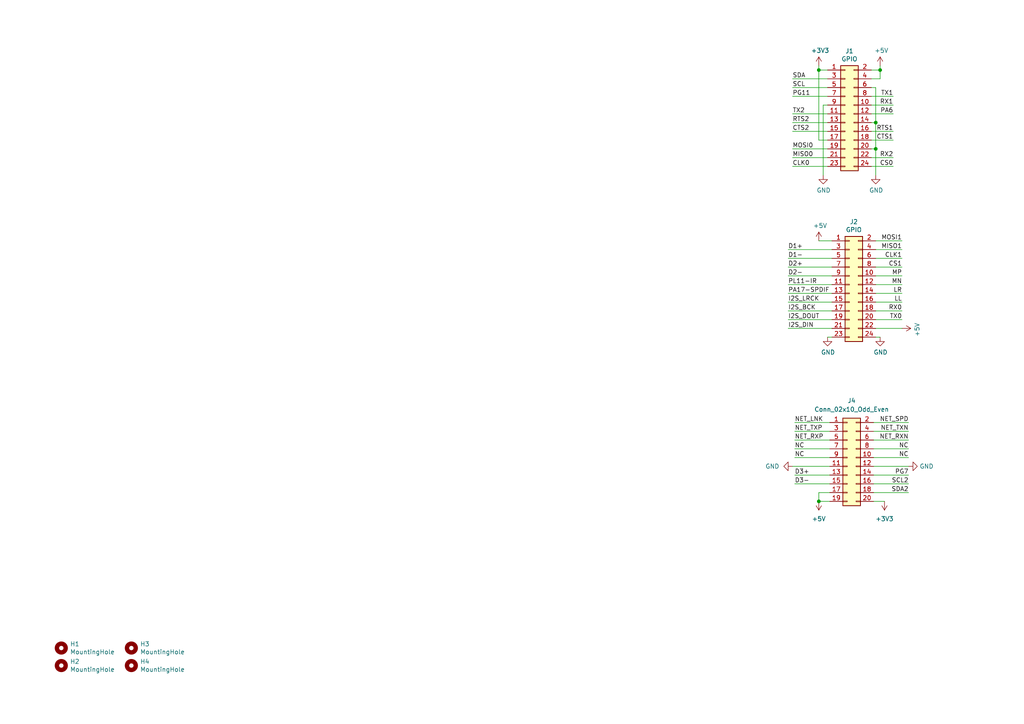
<source format=kicad_sch>
(kicad_sch (version 20211123) (generator eeschema)

  (uuid f7db2160-6fff-47e8-a170-1967554e883c)

  (paper "A4")

  (lib_symbols
    (symbol "Connector_Generic:Conn_02x10_Odd_Even" (pin_names (offset 1.016) hide) (in_bom yes) (on_board yes)
      (property "Reference" "J" (id 0) (at 1.27 12.7 0)
        (effects (font (size 1.27 1.27)))
      )
      (property "Value" "Conn_02x10_Odd_Even" (id 1) (at 1.27 -15.24 0)
        (effects (font (size 1.27 1.27)))
      )
      (property "Footprint" "" (id 2) (at 0 0 0)
        (effects (font (size 1.27 1.27)) hide)
      )
      (property "Datasheet" "~" (id 3) (at 0 0 0)
        (effects (font (size 1.27 1.27)) hide)
      )
      (property "ki_keywords" "connector" (id 4) (at 0 0 0)
        (effects (font (size 1.27 1.27)) hide)
      )
      (property "ki_description" "Generic connector, double row, 02x10, odd/even pin numbering scheme (row 1 odd numbers, row 2 even numbers), script generated (kicad-library-utils/schlib/autogen/connector/)" (id 5) (at 0 0 0)
        (effects (font (size 1.27 1.27)) hide)
      )
      (property "ki_fp_filters" "Connector*:*_2x??_*" (id 6) (at 0 0 0)
        (effects (font (size 1.27 1.27)) hide)
      )
      (symbol "Conn_02x10_Odd_Even_1_1"
        (rectangle (start -1.27 -12.573) (end 0 -12.827)
          (stroke (width 0.1524) (type default) (color 0 0 0 0))
          (fill (type none))
        )
        (rectangle (start -1.27 -10.033) (end 0 -10.287)
          (stroke (width 0.1524) (type default) (color 0 0 0 0))
          (fill (type none))
        )
        (rectangle (start -1.27 -7.493) (end 0 -7.747)
          (stroke (width 0.1524) (type default) (color 0 0 0 0))
          (fill (type none))
        )
        (rectangle (start -1.27 -4.953) (end 0 -5.207)
          (stroke (width 0.1524) (type default) (color 0 0 0 0))
          (fill (type none))
        )
        (rectangle (start -1.27 -2.413) (end 0 -2.667)
          (stroke (width 0.1524) (type default) (color 0 0 0 0))
          (fill (type none))
        )
        (rectangle (start -1.27 0.127) (end 0 -0.127)
          (stroke (width 0.1524) (type default) (color 0 0 0 0))
          (fill (type none))
        )
        (rectangle (start -1.27 2.667) (end 0 2.413)
          (stroke (width 0.1524) (type default) (color 0 0 0 0))
          (fill (type none))
        )
        (rectangle (start -1.27 5.207) (end 0 4.953)
          (stroke (width 0.1524) (type default) (color 0 0 0 0))
          (fill (type none))
        )
        (rectangle (start -1.27 7.747) (end 0 7.493)
          (stroke (width 0.1524) (type default) (color 0 0 0 0))
          (fill (type none))
        )
        (rectangle (start -1.27 10.287) (end 0 10.033)
          (stroke (width 0.1524) (type default) (color 0 0 0 0))
          (fill (type none))
        )
        (rectangle (start -1.27 11.43) (end 3.81 -13.97)
          (stroke (width 0.254) (type default) (color 0 0 0 0))
          (fill (type background))
        )
        (rectangle (start 3.81 -12.573) (end 2.54 -12.827)
          (stroke (width 0.1524) (type default) (color 0 0 0 0))
          (fill (type none))
        )
        (rectangle (start 3.81 -10.033) (end 2.54 -10.287)
          (stroke (width 0.1524) (type default) (color 0 0 0 0))
          (fill (type none))
        )
        (rectangle (start 3.81 -7.493) (end 2.54 -7.747)
          (stroke (width 0.1524) (type default) (color 0 0 0 0))
          (fill (type none))
        )
        (rectangle (start 3.81 -4.953) (end 2.54 -5.207)
          (stroke (width 0.1524) (type default) (color 0 0 0 0))
          (fill (type none))
        )
        (rectangle (start 3.81 -2.413) (end 2.54 -2.667)
          (stroke (width 0.1524) (type default) (color 0 0 0 0))
          (fill (type none))
        )
        (rectangle (start 3.81 0.127) (end 2.54 -0.127)
          (stroke (width 0.1524) (type default) (color 0 0 0 0))
          (fill (type none))
        )
        (rectangle (start 3.81 2.667) (end 2.54 2.413)
          (stroke (width 0.1524) (type default) (color 0 0 0 0))
          (fill (type none))
        )
        (rectangle (start 3.81 5.207) (end 2.54 4.953)
          (stroke (width 0.1524) (type default) (color 0 0 0 0))
          (fill (type none))
        )
        (rectangle (start 3.81 7.747) (end 2.54 7.493)
          (stroke (width 0.1524) (type default) (color 0 0 0 0))
          (fill (type none))
        )
        (rectangle (start 3.81 10.287) (end 2.54 10.033)
          (stroke (width 0.1524) (type default) (color 0 0 0 0))
          (fill (type none))
        )
        (pin passive line (at -5.08 10.16 0) (length 3.81)
          (name "Pin_1" (effects (font (size 1.27 1.27))))
          (number "1" (effects (font (size 1.27 1.27))))
        )
        (pin passive line (at 7.62 0 180) (length 3.81)
          (name "Pin_10" (effects (font (size 1.27 1.27))))
          (number "10" (effects (font (size 1.27 1.27))))
        )
        (pin passive line (at -5.08 -2.54 0) (length 3.81)
          (name "Pin_11" (effects (font (size 1.27 1.27))))
          (number "11" (effects (font (size 1.27 1.27))))
        )
        (pin passive line (at 7.62 -2.54 180) (length 3.81)
          (name "Pin_12" (effects (font (size 1.27 1.27))))
          (number "12" (effects (font (size 1.27 1.27))))
        )
        (pin passive line (at -5.08 -5.08 0) (length 3.81)
          (name "Pin_13" (effects (font (size 1.27 1.27))))
          (number "13" (effects (font (size 1.27 1.27))))
        )
        (pin passive line (at 7.62 -5.08 180) (length 3.81)
          (name "Pin_14" (effects (font (size 1.27 1.27))))
          (number "14" (effects (font (size 1.27 1.27))))
        )
        (pin passive line (at -5.08 -7.62 0) (length 3.81)
          (name "Pin_15" (effects (font (size 1.27 1.27))))
          (number "15" (effects (font (size 1.27 1.27))))
        )
        (pin passive line (at 7.62 -7.62 180) (length 3.81)
          (name "Pin_16" (effects (font (size 1.27 1.27))))
          (number "16" (effects (font (size 1.27 1.27))))
        )
        (pin passive line (at -5.08 -10.16 0) (length 3.81)
          (name "Pin_17" (effects (font (size 1.27 1.27))))
          (number "17" (effects (font (size 1.27 1.27))))
        )
        (pin passive line (at 7.62 -10.16 180) (length 3.81)
          (name "Pin_18" (effects (font (size 1.27 1.27))))
          (number "18" (effects (font (size 1.27 1.27))))
        )
        (pin passive line (at -5.08 -12.7 0) (length 3.81)
          (name "Pin_19" (effects (font (size 1.27 1.27))))
          (number "19" (effects (font (size 1.27 1.27))))
        )
        (pin passive line (at 7.62 10.16 180) (length 3.81)
          (name "Pin_2" (effects (font (size 1.27 1.27))))
          (number "2" (effects (font (size 1.27 1.27))))
        )
        (pin passive line (at 7.62 -12.7 180) (length 3.81)
          (name "Pin_20" (effects (font (size 1.27 1.27))))
          (number "20" (effects (font (size 1.27 1.27))))
        )
        (pin passive line (at -5.08 7.62 0) (length 3.81)
          (name "Pin_3" (effects (font (size 1.27 1.27))))
          (number "3" (effects (font (size 1.27 1.27))))
        )
        (pin passive line (at 7.62 7.62 180) (length 3.81)
          (name "Pin_4" (effects (font (size 1.27 1.27))))
          (number "4" (effects (font (size 1.27 1.27))))
        )
        (pin passive line (at -5.08 5.08 0) (length 3.81)
          (name "Pin_5" (effects (font (size 1.27 1.27))))
          (number "5" (effects (font (size 1.27 1.27))))
        )
        (pin passive line (at 7.62 5.08 180) (length 3.81)
          (name "Pin_6" (effects (font (size 1.27 1.27))))
          (number "6" (effects (font (size 1.27 1.27))))
        )
        (pin passive line (at -5.08 2.54 0) (length 3.81)
          (name "Pin_7" (effects (font (size 1.27 1.27))))
          (number "7" (effects (font (size 1.27 1.27))))
        )
        (pin passive line (at 7.62 2.54 180) (length 3.81)
          (name "Pin_8" (effects (font (size 1.27 1.27))))
          (number "8" (effects (font (size 1.27 1.27))))
        )
        (pin passive line (at -5.08 0 0) (length 3.81)
          (name "Pin_9" (effects (font (size 1.27 1.27))))
          (number "9" (effects (font (size 1.27 1.27))))
        )
      )
    )
    (symbol "Connector_Generic:Conn_02x12_Odd_Even" (pin_names (offset 1.016) hide) (in_bom yes) (on_board yes)
      (property "Reference" "J" (id 0) (at 1.27 15.24 0)
        (effects (font (size 1.27 1.27)))
      )
      (property "Value" "Conn_02x12_Odd_Even" (id 1) (at 1.27 -17.78 0)
        (effects (font (size 1.27 1.27)))
      )
      (property "Footprint" "" (id 2) (at 0 0 0)
        (effects (font (size 1.27 1.27)) hide)
      )
      (property "Datasheet" "~" (id 3) (at 0 0 0)
        (effects (font (size 1.27 1.27)) hide)
      )
      (property "ki_keywords" "connector" (id 4) (at 0 0 0)
        (effects (font (size 1.27 1.27)) hide)
      )
      (property "ki_description" "Generic connector, double row, 02x12, odd/even pin numbering scheme (row 1 odd numbers, row 2 even numbers), script generated (kicad-library-utils/schlib/autogen/connector/)" (id 5) (at 0 0 0)
        (effects (font (size 1.27 1.27)) hide)
      )
      (property "ki_fp_filters" "Connector*:*_2x??_*" (id 6) (at 0 0 0)
        (effects (font (size 1.27 1.27)) hide)
      )
      (symbol "Conn_02x12_Odd_Even_1_1"
        (rectangle (start -1.27 -15.113) (end 0 -15.367)
          (stroke (width 0.1524) (type default) (color 0 0 0 0))
          (fill (type none))
        )
        (rectangle (start -1.27 -12.573) (end 0 -12.827)
          (stroke (width 0.1524) (type default) (color 0 0 0 0))
          (fill (type none))
        )
        (rectangle (start -1.27 -10.033) (end 0 -10.287)
          (stroke (width 0.1524) (type default) (color 0 0 0 0))
          (fill (type none))
        )
        (rectangle (start -1.27 -7.493) (end 0 -7.747)
          (stroke (width 0.1524) (type default) (color 0 0 0 0))
          (fill (type none))
        )
        (rectangle (start -1.27 -4.953) (end 0 -5.207)
          (stroke (width 0.1524) (type default) (color 0 0 0 0))
          (fill (type none))
        )
        (rectangle (start -1.27 -2.413) (end 0 -2.667)
          (stroke (width 0.1524) (type default) (color 0 0 0 0))
          (fill (type none))
        )
        (rectangle (start -1.27 0.127) (end 0 -0.127)
          (stroke (width 0.1524) (type default) (color 0 0 0 0))
          (fill (type none))
        )
        (rectangle (start -1.27 2.667) (end 0 2.413)
          (stroke (width 0.1524) (type default) (color 0 0 0 0))
          (fill (type none))
        )
        (rectangle (start -1.27 5.207) (end 0 4.953)
          (stroke (width 0.1524) (type default) (color 0 0 0 0))
          (fill (type none))
        )
        (rectangle (start -1.27 7.747) (end 0 7.493)
          (stroke (width 0.1524) (type default) (color 0 0 0 0))
          (fill (type none))
        )
        (rectangle (start -1.27 10.287) (end 0 10.033)
          (stroke (width 0.1524) (type default) (color 0 0 0 0))
          (fill (type none))
        )
        (rectangle (start -1.27 12.827) (end 0 12.573)
          (stroke (width 0.1524) (type default) (color 0 0 0 0))
          (fill (type none))
        )
        (rectangle (start -1.27 13.97) (end 3.81 -16.51)
          (stroke (width 0.254) (type default) (color 0 0 0 0))
          (fill (type background))
        )
        (rectangle (start 3.81 -15.113) (end 2.54 -15.367)
          (stroke (width 0.1524) (type default) (color 0 0 0 0))
          (fill (type none))
        )
        (rectangle (start 3.81 -12.573) (end 2.54 -12.827)
          (stroke (width 0.1524) (type default) (color 0 0 0 0))
          (fill (type none))
        )
        (rectangle (start 3.81 -10.033) (end 2.54 -10.287)
          (stroke (width 0.1524) (type default) (color 0 0 0 0))
          (fill (type none))
        )
        (rectangle (start 3.81 -7.493) (end 2.54 -7.747)
          (stroke (width 0.1524) (type default) (color 0 0 0 0))
          (fill (type none))
        )
        (rectangle (start 3.81 -4.953) (end 2.54 -5.207)
          (stroke (width 0.1524) (type default) (color 0 0 0 0))
          (fill (type none))
        )
        (rectangle (start 3.81 -2.413) (end 2.54 -2.667)
          (stroke (width 0.1524) (type default) (color 0 0 0 0))
          (fill (type none))
        )
        (rectangle (start 3.81 0.127) (end 2.54 -0.127)
          (stroke (width 0.1524) (type default) (color 0 0 0 0))
          (fill (type none))
        )
        (rectangle (start 3.81 2.667) (end 2.54 2.413)
          (stroke (width 0.1524) (type default) (color 0 0 0 0))
          (fill (type none))
        )
        (rectangle (start 3.81 5.207) (end 2.54 4.953)
          (stroke (width 0.1524) (type default) (color 0 0 0 0))
          (fill (type none))
        )
        (rectangle (start 3.81 7.747) (end 2.54 7.493)
          (stroke (width 0.1524) (type default) (color 0 0 0 0))
          (fill (type none))
        )
        (rectangle (start 3.81 10.287) (end 2.54 10.033)
          (stroke (width 0.1524) (type default) (color 0 0 0 0))
          (fill (type none))
        )
        (rectangle (start 3.81 12.827) (end 2.54 12.573)
          (stroke (width 0.1524) (type default) (color 0 0 0 0))
          (fill (type none))
        )
        (pin passive line (at -5.08 12.7 0) (length 3.81)
          (name "Pin_1" (effects (font (size 1.27 1.27))))
          (number "1" (effects (font (size 1.27 1.27))))
        )
        (pin passive line (at 7.62 2.54 180) (length 3.81)
          (name "Pin_10" (effects (font (size 1.27 1.27))))
          (number "10" (effects (font (size 1.27 1.27))))
        )
        (pin passive line (at -5.08 0 0) (length 3.81)
          (name "Pin_11" (effects (font (size 1.27 1.27))))
          (number "11" (effects (font (size 1.27 1.27))))
        )
        (pin passive line (at 7.62 0 180) (length 3.81)
          (name "Pin_12" (effects (font (size 1.27 1.27))))
          (number "12" (effects (font (size 1.27 1.27))))
        )
        (pin passive line (at -5.08 -2.54 0) (length 3.81)
          (name "Pin_13" (effects (font (size 1.27 1.27))))
          (number "13" (effects (font (size 1.27 1.27))))
        )
        (pin passive line (at 7.62 -2.54 180) (length 3.81)
          (name "Pin_14" (effects (font (size 1.27 1.27))))
          (number "14" (effects (font (size 1.27 1.27))))
        )
        (pin passive line (at -5.08 -5.08 0) (length 3.81)
          (name "Pin_15" (effects (font (size 1.27 1.27))))
          (number "15" (effects (font (size 1.27 1.27))))
        )
        (pin passive line (at 7.62 -5.08 180) (length 3.81)
          (name "Pin_16" (effects (font (size 1.27 1.27))))
          (number "16" (effects (font (size 1.27 1.27))))
        )
        (pin passive line (at -5.08 -7.62 0) (length 3.81)
          (name "Pin_17" (effects (font (size 1.27 1.27))))
          (number "17" (effects (font (size 1.27 1.27))))
        )
        (pin passive line (at 7.62 -7.62 180) (length 3.81)
          (name "Pin_18" (effects (font (size 1.27 1.27))))
          (number "18" (effects (font (size 1.27 1.27))))
        )
        (pin passive line (at -5.08 -10.16 0) (length 3.81)
          (name "Pin_19" (effects (font (size 1.27 1.27))))
          (number "19" (effects (font (size 1.27 1.27))))
        )
        (pin passive line (at 7.62 12.7 180) (length 3.81)
          (name "Pin_2" (effects (font (size 1.27 1.27))))
          (number "2" (effects (font (size 1.27 1.27))))
        )
        (pin passive line (at 7.62 -10.16 180) (length 3.81)
          (name "Pin_20" (effects (font (size 1.27 1.27))))
          (number "20" (effects (font (size 1.27 1.27))))
        )
        (pin passive line (at -5.08 -12.7 0) (length 3.81)
          (name "Pin_21" (effects (font (size 1.27 1.27))))
          (number "21" (effects (font (size 1.27 1.27))))
        )
        (pin passive line (at 7.62 -12.7 180) (length 3.81)
          (name "Pin_22" (effects (font (size 1.27 1.27))))
          (number "22" (effects (font (size 1.27 1.27))))
        )
        (pin passive line (at -5.08 -15.24 0) (length 3.81)
          (name "Pin_23" (effects (font (size 1.27 1.27))))
          (number "23" (effects (font (size 1.27 1.27))))
        )
        (pin passive line (at 7.62 -15.24 180) (length 3.81)
          (name "Pin_24" (effects (font (size 1.27 1.27))))
          (number "24" (effects (font (size 1.27 1.27))))
        )
        (pin passive line (at -5.08 10.16 0) (length 3.81)
          (name "Pin_3" (effects (font (size 1.27 1.27))))
          (number "3" (effects (font (size 1.27 1.27))))
        )
        (pin passive line (at 7.62 10.16 180) (length 3.81)
          (name "Pin_4" (effects (font (size 1.27 1.27))))
          (number "4" (effects (font (size 1.27 1.27))))
        )
        (pin passive line (at -5.08 7.62 0) (length 3.81)
          (name "Pin_5" (effects (font (size 1.27 1.27))))
          (number "5" (effects (font (size 1.27 1.27))))
        )
        (pin passive line (at 7.62 7.62 180) (length 3.81)
          (name "Pin_6" (effects (font (size 1.27 1.27))))
          (number "6" (effects (font (size 1.27 1.27))))
        )
        (pin passive line (at -5.08 5.08 0) (length 3.81)
          (name "Pin_7" (effects (font (size 1.27 1.27))))
          (number "7" (effects (font (size 1.27 1.27))))
        )
        (pin passive line (at 7.62 5.08 180) (length 3.81)
          (name "Pin_8" (effects (font (size 1.27 1.27))))
          (number "8" (effects (font (size 1.27 1.27))))
        )
        (pin passive line (at -5.08 2.54 0) (length 3.81)
          (name "Pin_9" (effects (font (size 1.27 1.27))))
          (number "9" (effects (font (size 1.27 1.27))))
        )
      )
    )
    (symbol "Mechanical:MountingHole" (pin_names (offset 1.016)) (in_bom yes) (on_board yes)
      (property "Reference" "H" (id 0) (at 0 5.08 0)
        (effects (font (size 1.27 1.27)))
      )
      (property "Value" "MountingHole" (id 1) (at 0 3.175 0)
        (effects (font (size 1.27 1.27)))
      )
      (property "Footprint" "" (id 2) (at 0 0 0)
        (effects (font (size 1.27 1.27)) hide)
      )
      (property "Datasheet" "~" (id 3) (at 0 0 0)
        (effects (font (size 1.27 1.27)) hide)
      )
      (property "ki_keywords" "mounting hole" (id 4) (at 0 0 0)
        (effects (font (size 1.27 1.27)) hide)
      )
      (property "ki_description" "Mounting Hole without connection" (id 5) (at 0 0 0)
        (effects (font (size 1.27 1.27)) hide)
      )
      (property "ki_fp_filters" "MountingHole*" (id 6) (at 0 0 0)
        (effects (font (size 1.27 1.27)) hide)
      )
      (symbol "MountingHole_0_1"
        (circle (center 0 0) (radius 1.27)
          (stroke (width 1.27) (type default) (color 0 0 0 0))
          (fill (type none))
        )
      )
    )
    (symbol "power:+3V3" (power) (pin_names (offset 0)) (in_bom yes) (on_board yes)
      (property "Reference" "#PWR" (id 0) (at 0 -3.81 0)
        (effects (font (size 1.27 1.27)) hide)
      )
      (property "Value" "+3V3" (id 1) (at 0 3.556 0)
        (effects (font (size 1.27 1.27)))
      )
      (property "Footprint" "" (id 2) (at 0 0 0)
        (effects (font (size 1.27 1.27)) hide)
      )
      (property "Datasheet" "" (id 3) (at 0 0 0)
        (effects (font (size 1.27 1.27)) hide)
      )
      (property "ki_keywords" "global power" (id 4) (at 0 0 0)
        (effects (font (size 1.27 1.27)) hide)
      )
      (property "ki_description" "Power symbol creates a global label with name \"+3V3\"" (id 5) (at 0 0 0)
        (effects (font (size 1.27 1.27)) hide)
      )
      (symbol "+3V3_0_1"
        (polyline
          (pts
            (xy -0.762 1.27)
            (xy 0 2.54)
          )
          (stroke (width 0) (type default) (color 0 0 0 0))
          (fill (type none))
        )
        (polyline
          (pts
            (xy 0 0)
            (xy 0 2.54)
          )
          (stroke (width 0) (type default) (color 0 0 0 0))
          (fill (type none))
        )
        (polyline
          (pts
            (xy 0 2.54)
            (xy 0.762 1.27)
          )
          (stroke (width 0) (type default) (color 0 0 0 0))
          (fill (type none))
        )
      )
      (symbol "+3V3_1_1"
        (pin power_in line (at 0 0 90) (length 0) hide
          (name "+3V3" (effects (font (size 1.27 1.27))))
          (number "1" (effects (font (size 1.27 1.27))))
        )
      )
    )
    (symbol "power:+5V" (power) (pin_names (offset 0)) (in_bom yes) (on_board yes)
      (property "Reference" "#PWR" (id 0) (at 0 -3.81 0)
        (effects (font (size 1.27 1.27)) hide)
      )
      (property "Value" "+5V" (id 1) (at 0 3.556 0)
        (effects (font (size 1.27 1.27)))
      )
      (property "Footprint" "" (id 2) (at 0 0 0)
        (effects (font (size 1.27 1.27)) hide)
      )
      (property "Datasheet" "" (id 3) (at 0 0 0)
        (effects (font (size 1.27 1.27)) hide)
      )
      (property "ki_keywords" "global power" (id 4) (at 0 0 0)
        (effects (font (size 1.27 1.27)) hide)
      )
      (property "ki_description" "Power symbol creates a global label with name \"+5V\"" (id 5) (at 0 0 0)
        (effects (font (size 1.27 1.27)) hide)
      )
      (symbol "+5V_0_1"
        (polyline
          (pts
            (xy -0.762 1.27)
            (xy 0 2.54)
          )
          (stroke (width 0) (type default) (color 0 0 0 0))
          (fill (type none))
        )
        (polyline
          (pts
            (xy 0 0)
            (xy 0 2.54)
          )
          (stroke (width 0) (type default) (color 0 0 0 0))
          (fill (type none))
        )
        (polyline
          (pts
            (xy 0 2.54)
            (xy 0.762 1.27)
          )
          (stroke (width 0) (type default) (color 0 0 0 0))
          (fill (type none))
        )
      )
      (symbol "+5V_1_1"
        (pin power_in line (at 0 0 90) (length 0) hide
          (name "+5V" (effects (font (size 1.27 1.27))))
          (number "1" (effects (font (size 1.27 1.27))))
        )
      )
    )
    (symbol "power:GND" (power) (pin_names (offset 0)) (in_bom yes) (on_board yes)
      (property "Reference" "#PWR" (id 0) (at 0 -6.35 0)
        (effects (font (size 1.27 1.27)) hide)
      )
      (property "Value" "GND" (id 1) (at 0 -3.81 0)
        (effects (font (size 1.27 1.27)))
      )
      (property "Footprint" "" (id 2) (at 0 0 0)
        (effects (font (size 1.27 1.27)) hide)
      )
      (property "Datasheet" "" (id 3) (at 0 0 0)
        (effects (font (size 1.27 1.27)) hide)
      )
      (property "ki_keywords" "global power" (id 4) (at 0 0 0)
        (effects (font (size 1.27 1.27)) hide)
      )
      (property "ki_description" "Power symbol creates a global label with name \"GND\" , ground" (id 5) (at 0 0 0)
        (effects (font (size 1.27 1.27)) hide)
      )
      (symbol "GND_0_1"
        (polyline
          (pts
            (xy 0 0)
            (xy 0 -1.27)
            (xy 1.27 -1.27)
            (xy 0 -2.54)
            (xy -1.27 -1.27)
            (xy 0 -1.27)
          )
          (stroke (width 0) (type default) (color 0 0 0 0))
          (fill (type none))
        )
      )
      (symbol "GND_1_1"
        (pin power_in line (at 0 0 270) (length 0) hide
          (name "GND" (effects (font (size 1.27 1.27))))
          (number "1" (effects (font (size 1.27 1.27))))
        )
      )
    )
  )

  (junction (at 255.27 20.32) (diameter 0) (color 0 0 0 0)
    (uuid 2ba29751-d4a1-4117-856a-dc09f648c441)
  )
  (junction (at 254 35.56) (diameter 0) (color 0 0 0 0)
    (uuid 33222e4c-562b-4b39-9e3b-d9cab2499e32)
  )
  (junction (at 254 43.18) (diameter 0) (color 0 0 0 0)
    (uuid 585e801d-8a1c-4606-8ec1-94df017f1c33)
  )
  (junction (at 237.49 20.32) (diameter 0) (color 0 0 0 0)
    (uuid cb084063-857c-436c-ba17-cfe02b8cf918)
  )
  (junction (at 237.49 145.415) (diameter 0) (color 0 0 0 0)
    (uuid ff12f7af-7350-4d47-97d7-88c382eb6edc)
  )

  (wire (pts (xy 254 35.56) (xy 254 43.18))
    (stroke (width 0) (type default) (color 0 0 0 0))
    (uuid 0daca738-a061-44cc-961c-d0d630f7ac47)
  )
  (wire (pts (xy 261.62 87.63) (xy 254 87.63))
    (stroke (width 0) (type default) (color 0 0 0 0))
    (uuid 11b0b4b2-0879-4880-9e02-9094dc7154c7)
  )
  (wire (pts (xy 240.03 25.4) (xy 229.87 25.4))
    (stroke (width 0) (type default) (color 0 0 0 0))
    (uuid 1444c5a1-dd7e-46d2-a584-020132cb9a55)
  )
  (wire (pts (xy 261.62 77.47) (xy 254 77.47))
    (stroke (width 0) (type default) (color 0 0 0 0))
    (uuid 171274fe-d6a9-406b-9b47-b2df86f4097b)
  )
  (wire (pts (xy 228.6 90.17) (xy 241.3 90.17))
    (stroke (width 0) (type default) (color 0 0 0 0))
    (uuid 1a3bb3e0-50f1-4212-a655-5a0861acf346)
  )
  (wire (pts (xy 259.08 45.72) (xy 252.73 45.72))
    (stroke (width 0) (type default) (color 0 0 0 0))
    (uuid 1deb5040-e01e-46c9-b217-36e484106ba4)
  )
  (wire (pts (xy 228.6 77.47) (xy 241.3 77.47))
    (stroke (width 0) (type default) (color 0 0 0 0))
    (uuid 23de030a-3119-4fe6-8fb4-add32a69ef91)
  )
  (wire (pts (xy 259.08 40.64) (xy 252.73 40.64))
    (stroke (width 0) (type default) (color 0 0 0 0))
    (uuid 270e8dae-6648-4144-9c43-712ad4169358)
  )
  (wire (pts (xy 228.6 72.39) (xy 241.3 72.39))
    (stroke (width 0) (type default) (color 0 0 0 0))
    (uuid 29d92bcd-cd17-418f-99bf-b67930e8c81d)
  )
  (wire (pts (xy 228.6 82.55) (xy 241.3 82.55))
    (stroke (width 0) (type default) (color 0 0 0 0))
    (uuid 30e4d333-a07f-46cb-b713-e501861b2ac3)
  )
  (wire (pts (xy 261.62 80.01) (xy 254 80.01))
    (stroke (width 0) (type default) (color 0 0 0 0))
    (uuid 3179d8db-8c32-4c3c-b039-40ae6150520a)
  )
  (wire (pts (xy 229.87 135.255) (xy 240.665 135.255))
    (stroke (width 0) (type default) (color 0 0 0 0))
    (uuid 33d81285-5f56-4cdb-8a8d-7f2f65371051)
  )
  (wire (pts (xy 253.365 122.555) (xy 263.525 122.555))
    (stroke (width 0) (type default) (color 0 0 0 0))
    (uuid 33dc7148-a4d6-421b-9fdb-7005de112325)
  )
  (wire (pts (xy 255.27 97.79) (xy 254 97.79))
    (stroke (width 0) (type default) (color 0 0 0 0))
    (uuid 3558cb70-84ce-4735-a4e4-e6bd9b10d230)
  )
  (wire (pts (xy 228.6 85.09) (xy 241.3 85.09))
    (stroke (width 0) (type default) (color 0 0 0 0))
    (uuid 385e9e34-bdb0-4566-a82d-a4526af4c50e)
  )
  (wire (pts (xy 230.505 127.635) (xy 240.665 127.635))
    (stroke (width 0) (type default) (color 0 0 0 0))
    (uuid 39c4cfb1-369a-414e-af82-d35ba1966f61)
  )
  (wire (pts (xy 253.365 142.875) (xy 263.525 142.875))
    (stroke (width 0) (type default) (color 0 0 0 0))
    (uuid 3aa445e3-c88c-4cc7-bec5-c70a76cadb3e)
  )
  (wire (pts (xy 241.3 69.85) (xy 237.49 69.85))
    (stroke (width 0) (type default) (color 0 0 0 0))
    (uuid 3b80b8f0-8f0e-49ec-b07d-4a3e8d637d4c)
  )
  (wire (pts (xy 253.365 130.175) (xy 263.525 130.175))
    (stroke (width 0) (type default) (color 0 0 0 0))
    (uuid 3c57eaee-d31a-45bb-9f6a-56b3bdc0c1e1)
  )
  (wire (pts (xy 228.6 92.71) (xy 241.3 92.71))
    (stroke (width 0) (type default) (color 0 0 0 0))
    (uuid 3f266c00-408d-4fa7-9afd-0f22a06b4a38)
  )
  (wire (pts (xy 230.505 137.795) (xy 240.665 137.795))
    (stroke (width 0) (type default) (color 0 0 0 0))
    (uuid 4011e39b-85b4-433d-9e82-0062dc0911c4)
  )
  (wire (pts (xy 253.365 145.415) (xy 256.54 145.415))
    (stroke (width 0) (type default) (color 0 0 0 0))
    (uuid 43086cfd-998b-4e7c-a2b2-53d58cc51e9b)
  )
  (wire (pts (xy 240.03 22.86) (xy 229.87 22.86))
    (stroke (width 0) (type default) (color 0 0 0 0))
    (uuid 45b58af4-02bd-47c8-b60a-8bdcec625403)
  )
  (wire (pts (xy 237.49 142.875) (xy 240.665 142.875))
    (stroke (width 0) (type default) (color 0 0 0 0))
    (uuid 4f5a2bcf-a6a1-490e-a691-7e6b87cc9571)
  )
  (wire (pts (xy 253.365 125.095) (xy 263.525 125.095))
    (stroke (width 0) (type default) (color 0 0 0 0))
    (uuid 50b02aeb-fc63-425c-a711-1c675a6f9056)
  )
  (wire (pts (xy 261.62 85.09) (xy 254 85.09))
    (stroke (width 0) (type default) (color 0 0 0 0))
    (uuid 517dc63a-570d-479c-b052-1c373f082953)
  )
  (wire (pts (xy 240.03 43.18) (xy 229.87 43.18))
    (stroke (width 0) (type default) (color 0 0 0 0))
    (uuid 518336f0-0f95-44a2-9812-46f38ae4776e)
  )
  (wire (pts (xy 252.73 25.4) (xy 254 25.4))
    (stroke (width 0) (type default) (color 0 0 0 0))
    (uuid 51aca333-3a06-45d3-b292-ae11f3a2e6dc)
  )
  (wire (pts (xy 230.505 140.335) (xy 240.665 140.335))
    (stroke (width 0) (type default) (color 0 0 0 0))
    (uuid 58a7f5d3-90d1-408d-ba7c-f1237f60c1a1)
  )
  (wire (pts (xy 259.08 30.48) (xy 252.73 30.48))
    (stroke (width 0) (type default) (color 0 0 0 0))
    (uuid 5a118731-14cd-422d-b6da-12561d5d534a)
  )
  (wire (pts (xy 237.49 145.415) (xy 237.49 142.875))
    (stroke (width 0) (type default) (color 0 0 0 0))
    (uuid 5ab7acfa-9d08-43fc-9f80-ed81368fb3bc)
  )
  (wire (pts (xy 255.27 19.05) (xy 255.27 20.32))
    (stroke (width 0) (type default) (color 0 0 0 0))
    (uuid 5c9d912c-2db5-4b89-9e44-551c56fac9e7)
  )
  (wire (pts (xy 237.49 20.32) (xy 237.49 19.05))
    (stroke (width 0) (type default) (color 0 0 0 0))
    (uuid 5eea0c0b-3778-4843-bfc9-a80abb6fad33)
  )
  (wire (pts (xy 238.76 30.48) (xy 238.76 50.8))
    (stroke (width 0) (type default) (color 0 0 0 0))
    (uuid 63c4df0d-6c2f-4b6e-9067-4135d96b5b28)
  )
  (wire (pts (xy 259.08 38.1) (xy 252.73 38.1))
    (stroke (width 0) (type default) (color 0 0 0 0))
    (uuid 6992e57a-7d36-4ede-9975-81df84d2e95c)
  )
  (wire (pts (xy 230.505 130.175) (xy 240.665 130.175))
    (stroke (width 0) (type default) (color 0 0 0 0))
    (uuid 6bce5e94-531c-4277-85f6-37623f8444d9)
  )
  (wire (pts (xy 240.03 35.56) (xy 229.87 35.56))
    (stroke (width 0) (type default) (color 0 0 0 0))
    (uuid 6cbd6493-2a17-4627-a4bb-bef4558e7802)
  )
  (wire (pts (xy 241.3 97.79) (xy 240.03 97.79))
    (stroke (width 0) (type default) (color 0 0 0 0))
    (uuid 70f026ae-7cd2-4ffc-810e-9da1333261c7)
  )
  (wire (pts (xy 240.03 33.02) (xy 229.87 33.02))
    (stroke (width 0) (type default) (color 0 0 0 0))
    (uuid 71af88b1-c58e-4eb4-977d-fb13fbbd7843)
  )
  (wire (pts (xy 259.08 33.02) (xy 252.73 33.02))
    (stroke (width 0) (type default) (color 0 0 0 0))
    (uuid 727fcdbf-d758-4c25-809b-1bf31226fce7)
  )
  (wire (pts (xy 255.27 22.86) (xy 252.73 22.86))
    (stroke (width 0) (type default) (color 0 0 0 0))
    (uuid 72b97c0a-919d-4aab-b5a4-0fb617dba1b1)
  )
  (wire (pts (xy 253.365 137.795) (xy 263.525 137.795))
    (stroke (width 0) (type default) (color 0 0 0 0))
    (uuid 744f9215-ccbd-4141-b3d2-af98fab28fc0)
  )
  (wire (pts (xy 253.365 135.255) (xy 263.525 135.255))
    (stroke (width 0) (type default) (color 0 0 0 0))
    (uuid 74f0a813-7ae5-4601-9105-495de936a954)
  )
  (wire (pts (xy 254 25.4) (xy 254 35.56))
    (stroke (width 0) (type default) (color 0 0 0 0))
    (uuid 796718a6-deb8-4d68-bd04-d2b932e34e1d)
  )
  (wire (pts (xy 229.87 27.94) (xy 240.03 27.94))
    (stroke (width 0) (type default) (color 0 0 0 0))
    (uuid 7c679952-06ff-4698-ab78-cde612692ccc)
  )
  (wire (pts (xy 228.6 80.01) (xy 241.3 80.01))
    (stroke (width 0) (type default) (color 0 0 0 0))
    (uuid 7e8ddeab-63e9-41fc-ba1e-a57277faa6f2)
  )
  (wire (pts (xy 240.03 48.26) (xy 229.87 48.26))
    (stroke (width 0) (type default) (color 0 0 0 0))
    (uuid 82c811a6-ee0b-48d8-91e8-c967cc4a1d84)
  )
  (wire (pts (xy 261.62 92.71) (xy 254 92.71))
    (stroke (width 0) (type default) (color 0 0 0 0))
    (uuid 8671df03-f396-4a33-9faf-3ec4fb442696)
  )
  (wire (pts (xy 237.49 20.32) (xy 237.49 40.64))
    (stroke (width 0) (type default) (color 0 0 0 0))
    (uuid 86fa7846-af7c-496f-a311-72fa1faaa8c4)
  )
  (wire (pts (xy 261.62 90.17) (xy 254 90.17))
    (stroke (width 0) (type default) (color 0 0 0 0))
    (uuid 92731180-07af-4149-8946-246a9719b931)
  )
  (wire (pts (xy 240.03 45.72) (xy 229.87 45.72))
    (stroke (width 0) (type default) (color 0 0 0 0))
    (uuid 987d7b95-819d-4b03-ad90-5c609f6e7b74)
  )
  (wire (pts (xy 254 43.18) (xy 254 50.8))
    (stroke (width 0) (type default) (color 0 0 0 0))
    (uuid 9aadc4b7-60a1-46ff-b41f-cbcf4b7d3843)
  )
  (wire (pts (xy 228.6 95.25) (xy 241.3 95.25))
    (stroke (width 0) (type default) (color 0 0 0 0))
    (uuid 9ba99828-c16c-47c5-a5a6-a7d99681becd)
  )
  (wire (pts (xy 254 95.25) (xy 261.62 95.25))
    (stroke (width 0) (type default) (color 0 0 0 0))
    (uuid 9ea970e1-3209-472a-b56f-71d42648adcc)
  )
  (wire (pts (xy 240.03 20.32) (xy 237.49 20.32))
    (stroke (width 0) (type default) (color 0 0 0 0))
    (uuid 9fa25b7c-f771-47e3-8943-af42f2928f5d)
  )
  (wire (pts (xy 237.49 40.64) (xy 240.03 40.64))
    (stroke (width 0) (type default) (color 0 0 0 0))
    (uuid a8faae1a-581c-44f0-9306-a78fd3ac95bb)
  )
  (wire (pts (xy 252.73 35.56) (xy 254 35.56))
    (stroke (width 0) (type default) (color 0 0 0 0))
    (uuid abb2b135-8f0d-4753-a6ec-763d02f4fea5)
  )
  (wire (pts (xy 259.08 27.94) (xy 252.73 27.94))
    (stroke (width 0) (type default) (color 0 0 0 0))
    (uuid af8a1883-3f1c-4daf-9e6a-845f01fc36d1)
  )
  (wire (pts (xy 228.6 87.63) (xy 241.3 87.63))
    (stroke (width 0) (type default) (color 0 0 0 0))
    (uuid b347476a-bf48-4d92-82c5-fdf770c74a5b)
  )
  (wire (pts (xy 252.73 20.32) (xy 255.27 20.32))
    (stroke (width 0) (type default) (color 0 0 0 0))
    (uuid bb393f81-2d20-45d7-a914-1f1ffb91078b)
  )
  (wire (pts (xy 261.62 74.93) (xy 254 74.93))
    (stroke (width 0) (type default) (color 0 0 0 0))
    (uuid c300c990-a719-4ca7-ba34-1afaeeefe65c)
  )
  (wire (pts (xy 253.365 132.715) (xy 263.525 132.715))
    (stroke (width 0) (type default) (color 0 0 0 0))
    (uuid c8d9c645-3085-4848-ad59-aeade020b50f)
  )
  (wire (pts (xy 253.365 140.335) (xy 263.525 140.335))
    (stroke (width 0) (type default) (color 0 0 0 0))
    (uuid cad15c84-1d41-4d6b-952c-e8fd07dbc7d8)
  )
  (wire (pts (xy 228.6 74.93) (xy 241.3 74.93))
    (stroke (width 0) (type default) (color 0 0 0 0))
    (uuid cd9577ab-859b-4a33-8a3f-b8acfccb0b43)
  )
  (wire (pts (xy 237.49 145.415) (xy 240.665 145.415))
    (stroke (width 0) (type default) (color 0 0 0 0))
    (uuid cfe80bd7-df31-48c9-8a53-d2c339ef6b13)
  )
  (wire (pts (xy 261.62 72.39) (xy 254 72.39))
    (stroke (width 0) (type default) (color 0 0 0 0))
    (uuid df06c6da-f255-4d3a-a9f1-e71e123a9157)
  )
  (wire (pts (xy 255.27 20.32) (xy 255.27 22.86))
    (stroke (width 0) (type default) (color 0 0 0 0))
    (uuid e06a4d51-ced0-40f4-994d-0ac78bdd1e9a)
  )
  (wire (pts (xy 261.62 82.55) (xy 254 82.55))
    (stroke (width 0) (type default) (color 0 0 0 0))
    (uuid e391418c-6c5f-40bb-9283-591f15c5e58a)
  )
  (wire (pts (xy 240.03 30.48) (xy 238.76 30.48))
    (stroke (width 0) (type default) (color 0 0 0 0))
    (uuid e775eb1d-ff92-4d97-9209-e24a1b08dcea)
  )
  (wire (pts (xy 230.505 125.095) (xy 240.665 125.095))
    (stroke (width 0) (type default) (color 0 0 0 0))
    (uuid ea5c3c82-f999-4568-93ca-f638d26d5181)
  )
  (wire (pts (xy 259.08 48.26) (xy 252.73 48.26))
    (stroke (width 0) (type default) (color 0 0 0 0))
    (uuid eb659a8e-bbb4-436b-9481-734295d948f9)
  )
  (wire (pts (xy 261.62 69.85) (xy 254 69.85))
    (stroke (width 0) (type default) (color 0 0 0 0))
    (uuid f5e02815-e186-47fd-ad6f-512fa743fbbe)
  )
  (wire (pts (xy 240.03 38.1) (xy 229.87 38.1))
    (stroke (width 0) (type default) (color 0 0 0 0))
    (uuid f70163ce-142b-4444-b4ca-ee94a4351501)
  )
  (wire (pts (xy 230.505 122.555) (xy 240.665 122.555))
    (stroke (width 0) (type default) (color 0 0 0 0))
    (uuid f94a78d5-4378-4fb5-ac4e-7f59ec18e362)
  )
  (wire (pts (xy 230.505 132.715) (xy 240.665 132.715))
    (stroke (width 0) (type default) (color 0 0 0 0))
    (uuid f97d0504-9aa7-41ed-aaaa-958530e34611)
  )
  (wire (pts (xy 252.73 43.18) (xy 254 43.18))
    (stroke (width 0) (type default) (color 0 0 0 0))
    (uuid f981d481-7026-4ee2-a4f9-57a691fde046)
  )
  (wire (pts (xy 253.365 127.635) (xy 263.525 127.635))
    (stroke (width 0) (type default) (color 0 0 0 0))
    (uuid ffdf784f-3bb0-4100-8ea0-fdf746dd695c)
  )

  (label "I2S_LRCK" (at 228.6 87.63 0)
    (effects (font (size 1.27 1.27)) (justify left bottom))
    (uuid 045d0e20-2865-4c5e-a1d8-9d7ff883214d)
  )
  (label "RTS2" (at 229.87 35.56 0)
    (effects (font (size 1.27 1.27)) (justify left bottom))
    (uuid 0477f1f2-f327-4f87-856e-0454f0b54ce7)
  )
  (label "RX1" (at 259.08 30.48 180)
    (effects (font (size 1.27 1.27)) (justify right bottom))
    (uuid 06537018-4d5b-471a-b8ee-169b1313f1b3)
  )
  (label "I2S_DOUT" (at 228.6 92.71 0)
    (effects (font (size 1.27 1.27)) (justify left bottom))
    (uuid 0902d755-02e0-4412-be9d-4a6deed42862)
  )
  (label "PA17-SPDIF" (at 228.6 85.09 0)
    (effects (font (size 1.27 1.27)) (justify left bottom))
    (uuid 0b464f1f-6c18-4965-ada5-a3f87d35cf65)
  )
  (label "RTS1" (at 259.08 38.1 180)
    (effects (font (size 1.27 1.27)) (justify right bottom))
    (uuid 0d26be9f-b49e-470a-a253-58a90d72993c)
  )
  (label "CTS1" (at 259.08 40.64 180)
    (effects (font (size 1.27 1.27)) (justify right bottom))
    (uuid 1a7a3f69-b805-4b38-998a-15f0d6de16ce)
  )
  (label "NET_LNK" (at 230.505 122.555 0)
    (effects (font (size 1.27 1.27)) (justify left bottom))
    (uuid 1b2c191d-362f-4629-9568-8f5d321d76f0)
  )
  (label "SDA2" (at 263.525 142.875 180)
    (effects (font (size 1.27 1.27)) (justify right bottom))
    (uuid 1be53a42-98cd-4d1b-b251-2eafaa90f3fc)
  )
  (label "SDA" (at 229.87 22.86 0)
    (effects (font (size 1.27 1.27)) (justify left bottom))
    (uuid 1ed80fc7-d485-4ec0-bf14-d829a7e0b0ae)
  )
  (label "MN" (at 261.62 82.55 180)
    (effects (font (size 1.27 1.27)) (justify right bottom))
    (uuid 207b1a2b-bab4-4aa5-a1db-9c62b92a1a47)
  )
  (label "I2S_DIN" (at 228.6 95.25 0)
    (effects (font (size 1.27 1.27)) (justify left bottom))
    (uuid 2444ad40-74fa-4348-baf4-3001782d4b63)
  )
  (label "PG11" (at 229.87 27.94 0)
    (effects (font (size 1.27 1.27)) (justify left bottom))
    (uuid 257537e7-3476-4fba-9253-b156bb7fe199)
  )
  (label "CLK0" (at 229.87 48.26 0)
    (effects (font (size 1.27 1.27)) (justify left bottom))
    (uuid 301a9658-38e4-4dc1-ad1f-369cf7899c0a)
  )
  (label "MISO1" (at 261.62 72.39 180)
    (effects (font (size 1.27 1.27)) (justify right bottom))
    (uuid 3402785f-f9ae-463c-bcf3-323e0e473660)
  )
  (label "PL11-IR" (at 228.6 82.55 0)
    (effects (font (size 1.27 1.27)) (justify left bottom))
    (uuid 3a4c3ce3-0b9b-4fe3-8b02-6ca99bc17656)
  )
  (label "MISO0" (at 229.87 45.72 0)
    (effects (font (size 1.27 1.27)) (justify left bottom))
    (uuid 3e581a6f-6958-475b-af3b-c5a46bab53fb)
  )
  (label "NET_RXP" (at 230.505 127.635 0)
    (effects (font (size 1.27 1.27)) (justify left bottom))
    (uuid 3edc2074-4791-4144-a8ea-10eaf154c6d6)
  )
  (label "D2-" (at 228.6 80.01 0)
    (effects (font (size 1.27 1.27)) (justify left bottom))
    (uuid 3f92c255-fa68-43d2-8901-b24609b9a9c6)
  )
  (label "NC" (at 230.505 132.715 0)
    (effects (font (size 1.27 1.27)) (justify left bottom))
    (uuid 429a7b54-dd63-43a9-acb7-2c726153817f)
  )
  (label "TX0" (at 261.62 92.71 180)
    (effects (font (size 1.27 1.27)) (justify right bottom))
    (uuid 5759c7d9-6ced-443a-81f0-c3a003cfc00a)
  )
  (label "PG7" (at 263.525 137.795 180)
    (effects (font (size 1.27 1.27)) (justify right bottom))
    (uuid 5961836b-64f3-449d-b1c7-2480f4d2afc3)
  )
  (label "LL" (at 261.62 87.63 180)
    (effects (font (size 1.27 1.27)) (justify right bottom))
    (uuid 59d6f57b-26a6-4466-8198-18da4e95e847)
  )
  (label "MOSI1" (at 261.62 69.85 180)
    (effects (font (size 1.27 1.27)) (justify right bottom))
    (uuid 5e5551f3-a9cb-4545-b51d-50c48b883b45)
  )
  (label "SCL2" (at 263.525 140.335 180)
    (effects (font (size 1.27 1.27)) (justify right bottom))
    (uuid 629cda28-8290-4e96-a527-100a4542615c)
  )
  (label "MP" (at 261.62 80.01 180)
    (effects (font (size 1.27 1.27)) (justify right bottom))
    (uuid 6c761566-ea96-492d-87d3-4ce248c6e275)
  )
  (label "CLK1" (at 261.62 74.93 180)
    (effects (font (size 1.27 1.27)) (justify right bottom))
    (uuid 6d4ab941-68f5-473e-8ebf-e215bae879c4)
  )
  (label "SCL" (at 229.87 25.4 0)
    (effects (font (size 1.27 1.27)) (justify left bottom))
    (uuid 7c681fb9-9ff8-42d1-a980-7518765bd4d1)
  )
  (label "NET_SPD" (at 263.525 122.555 180)
    (effects (font (size 1.27 1.27)) (justify right bottom))
    (uuid 7fd5c724-1cd9-4550-99b5-2a935a310643)
  )
  (label "D1+" (at 228.6 72.39 0)
    (effects (font (size 1.27 1.27)) (justify left bottom))
    (uuid 83231b8f-1ff6-4c21-835c-8be9b1929a04)
  )
  (label "RX2" (at 259.08 45.72 180)
    (effects (font (size 1.27 1.27)) (justify right bottom))
    (uuid 835da225-c30c-4e28-82f5-6d90bf8259a9)
  )
  (label "NC" (at 263.525 130.175 180)
    (effects (font (size 1.27 1.27)) (justify right bottom))
    (uuid 856826bb-b2d8-453e-b358-a0524a8e2807)
  )
  (label "CTS2" (at 229.87 38.1 0)
    (effects (font (size 1.27 1.27)) (justify left bottom))
    (uuid 86fff069-3f0f-4902-80e8-937f204cc296)
  )
  (label "TX1" (at 259.08 27.94 180)
    (effects (font (size 1.27 1.27)) (justify right bottom))
    (uuid 8a44858d-a17f-4b44-be39-98da4f504bc1)
  )
  (label "D3+" (at 230.505 137.795 0)
    (effects (font (size 1.27 1.27)) (justify left bottom))
    (uuid 8b9f0f43-af9c-4635-9215-c85251ec3be0)
  )
  (label "NET_TXN" (at 263.525 125.095 180)
    (effects (font (size 1.27 1.27)) (justify right bottom))
    (uuid 91fa9b8b-83d7-43ed-93c5-b363c7515a11)
  )
  (label "PA6" (at 259.08 33.02 180)
    (effects (font (size 1.27 1.27)) (justify right bottom))
    (uuid 92d8d9cd-0c2f-4784-b919-35434f8cdd52)
  )
  (label "LR" (at 261.62 85.09 180)
    (effects (font (size 1.27 1.27)) (justify right bottom))
    (uuid 9e48189f-44ec-4c5a-a9f0-405b362146d9)
  )
  (label "I2S_BCK" (at 228.6 90.17 0)
    (effects (font (size 1.27 1.27)) (justify left bottom))
    (uuid 9f43a805-f62f-4e75-9c8d-5c5bb3467b1f)
  )
  (label "NC" (at 230.505 130.175 0)
    (effects (font (size 1.27 1.27)) (justify left bottom))
    (uuid accbfd28-3b7a-41af-a5ff-8ce1980b662c)
  )
  (label "D2+" (at 228.6 77.47 0)
    (effects (font (size 1.27 1.27)) (justify left bottom))
    (uuid b8161458-8913-442b-a658-4818ea21c6c7)
  )
  (label "NET_TXP" (at 230.505 125.095 0)
    (effects (font (size 1.27 1.27)) (justify left bottom))
    (uuid bd8ec5f6-caa7-4865-9850-c481beedfb87)
  )
  (label "RX0" (at 261.62 90.17 180)
    (effects (font (size 1.27 1.27)) (justify right bottom))
    (uuid bf3776d4-15c4-418b-97f3-51dfc504a752)
  )
  (label "NC" (at 263.525 132.715 180)
    (effects (font (size 1.27 1.27)) (justify right bottom))
    (uuid c7afb934-836a-453d-adcc-e9c745af3225)
  )
  (label "NET_RXN" (at 263.525 127.635 180)
    (effects (font (size 1.27 1.27)) (justify right bottom))
    (uuid cd6acecb-0e45-46c9-a6ac-85fb6269ece0)
  )
  (label "D3-" (at 230.505 140.335 0)
    (effects (font (size 1.27 1.27)) (justify left bottom))
    (uuid df67091d-4f3b-4911-844a-ff6d0a730d7e)
  )
  (label "TX2" (at 229.87 33.02 0)
    (effects (font (size 1.27 1.27)) (justify left bottom))
    (uuid df809f25-f672-4ca8-99c7-f123532ef100)
  )
  (label "CS1" (at 261.62 77.47 180)
    (effects (font (size 1.27 1.27)) (justify right bottom))
    (uuid e118471e-8f21-4948-bd5d-ca1571cb7a92)
  )
  (label "D1-" (at 228.6 74.93 0)
    (effects (font (size 1.27 1.27)) (justify left bottom))
    (uuid f054387f-0675-4f45-a3e9-557a4b9daba6)
  )
  (label "MOSI0" (at 229.87 43.18 0)
    (effects (font (size 1.27 1.27)) (justify left bottom))
    (uuid f5e6b792-081f-4a74-9195-181bf6a8ac82)
  )
  (label "CS0" (at 259.08 48.26 180)
    (effects (font (size 1.27 1.27)) (justify right bottom))
    (uuid f98194fe-6fcc-4677-87b1-35b966c00764)
  )

  (symbol (lib_id "Connector_Generic:Conn_02x12_Odd_Even") (at 245.11 33.02 0) (unit 1)
    (in_bom yes) (on_board yes)
    (uuid 00000000-0000-0000-0000-00005c639a40)
    (property "Reference" "J1" (id 0) (at 246.38 14.8082 0))
    (property "Value" "GPIO" (id 1) (at 246.38 17.1196 0))
    (property "Footprint" "Socket_Strips:Socket_Strip_Straight_2x12_Pitch2.54mm" (id 2) (at 245.11 33.02 0)
      (effects (font (size 1.27 1.27)) hide)
    )
    (property "Datasheet" "~" (id 3) (at 245.11 33.02 0)
      (effects (font (size 1.27 1.27)) hide)
    )
    (pin "1" (uuid bcf5f7da-910a-4548-90f1-47db8b8afb36))
    (pin "10" (uuid 448138b2-aaa7-41e9-843c-840c2c7df605))
    (pin "11" (uuid 772206fb-f871-4f38-98b2-3f3425781711))
    (pin "12" (uuid 19a6fd66-d6c9-4ca9-b58d-f04c028ae4b5))
    (pin "13" (uuid ad14871e-7c67-4473-92b6-b862f375736d))
    (pin "14" (uuid 47d0ef5f-24d7-49b3-812e-cf3f94f8f295))
    (pin "15" (uuid 75fb76ec-3515-454e-bb5d-c72619be7a3d))
    (pin "16" (uuid 27b43329-6707-4225-9e15-5c6095bcd661))
    (pin "17" (uuid b3051ca2-7d4d-4177-aa3f-3d6cf21f61dc))
    (pin "18" (uuid 4551cc4b-b1a0-44f8-8294-15eaa9c7f936))
    (pin "19" (uuid e9637f6a-b041-4aff-a554-cb372d3e8176))
    (pin "2" (uuid 20720f55-e606-4580-8053-c1b59b9be8f2))
    (pin "20" (uuid 813bc4a6-c737-49d9-93c8-4c5d13a9838d))
    (pin "21" (uuid 8e3a45be-d1ea-4f1a-9f6c-d41f1eb277ba))
    (pin "22" (uuid aa636541-11de-4301-b944-472025e2a793))
    (pin "23" (uuid 2b0429ab-9405-4d25-b48e-09447856ec9a))
    (pin "24" (uuid c16db526-1a50-4ad8-bd01-7912dd37929a))
    (pin "3" (uuid 29ed9db3-b7e5-4a16-baf8-1f9addcc13cd))
    (pin "4" (uuid 681993e9-2090-4766-b603-e3960ebe9de0))
    (pin "5" (uuid ee5b5aad-2c4c-4c8b-ae6d-51d9a172e5f5))
    (pin "6" (uuid 3d7439fd-9984-4fa5-9781-9d6166dafb7b))
    (pin "7" (uuid c32f9787-2745-4962-a25b-9e5b84074766))
    (pin "8" (uuid 01fa841d-d547-4b63-8c22-d4247dc628b5))
    (pin "9" (uuid a1cd06ef-3403-43d5-8e56-827d1bb563a0))
  )

  (symbol (lib_id "Mechanical:MountingHole") (at 17.78 187.96 0) (unit 1)
    (in_bom yes) (on_board yes)
    (uuid 00000000-0000-0000-0000-00005c639f41)
    (property "Reference" "H1" (id 0) (at 20.32 186.7916 0)
      (effects (font (size 1.27 1.27)) (justify left))
    )
    (property "Value" "MountingHole" (id 1) (at 20.32 189.103 0)
      (effects (font (size 1.27 1.27)) (justify left))
    )
    (property "Footprint" "Mounting_Holes:MountingHole_3mm" (id 2) (at 17.78 187.96 0)
      (effects (font (size 1.27 1.27)) hide)
    )
    (property "Datasheet" "~" (id 3) (at 17.78 187.96 0)
      (effects (font (size 1.27 1.27)) hide)
    )
  )

  (symbol (lib_id "Mechanical:MountingHole") (at 17.78 193.04 0) (unit 1)
    (in_bom yes) (on_board yes)
    (uuid 00000000-0000-0000-0000-00005c639f7d)
    (property "Reference" "H2" (id 0) (at 20.32 191.8716 0)
      (effects (font (size 1.27 1.27)) (justify left))
    )
    (property "Value" "MountingHole" (id 1) (at 20.32 194.183 0)
      (effects (font (size 1.27 1.27)) (justify left))
    )
    (property "Footprint" "Mounting_Holes:MountingHole_3mm" (id 2) (at 17.78 193.04 0)
      (effects (font (size 1.27 1.27)) hide)
    )
    (property "Datasheet" "~" (id 3) (at 17.78 193.04 0)
      (effects (font (size 1.27 1.27)) hide)
    )
  )

  (symbol (lib_id "Mechanical:MountingHole") (at 38.1 187.96 0) (unit 1)
    (in_bom yes) (on_board yes)
    (uuid 00000000-0000-0000-0000-00005c639fb1)
    (property "Reference" "H3" (id 0) (at 40.64 186.7916 0)
      (effects (font (size 1.27 1.27)) (justify left))
    )
    (property "Value" "MountingHole" (id 1) (at 40.64 189.103 0)
      (effects (font (size 1.27 1.27)) (justify left))
    )
    (property "Footprint" "Mounting_Holes:MountingHole_3mm" (id 2) (at 38.1 187.96 0)
      (effects (font (size 1.27 1.27)) hide)
    )
    (property "Datasheet" "~" (id 3) (at 38.1 187.96 0)
      (effects (font (size 1.27 1.27)) hide)
    )
  )

  (symbol (lib_id "Mechanical:MountingHole") (at 38.1 193.04 0) (unit 1)
    (in_bom yes) (on_board yes)
    (uuid 00000000-0000-0000-0000-00005c639fe5)
    (property "Reference" "H4" (id 0) (at 40.64 191.8716 0)
      (effects (font (size 1.27 1.27)) (justify left))
    )
    (property "Value" "MountingHole" (id 1) (at 40.64 194.183 0)
      (effects (font (size 1.27 1.27)) (justify left))
    )
    (property "Footprint" "Mounting_Holes:MountingHole_3mm" (id 2) (at 38.1 193.04 0)
      (effects (font (size 1.27 1.27)) hide)
    )
    (property "Datasheet" "~" (id 3) (at 38.1 193.04 0)
      (effects (font (size 1.27 1.27)) hide)
    )
  )

  (symbol (lib_id "power:+5V") (at 255.27 19.05 0) (unit 1)
    (in_bom yes) (on_board yes)
    (uuid 00000000-0000-0000-0000-00005c63a48a)
    (property "Reference" "#PWR0108" (id 0) (at 255.27 22.86 0)
      (effects (font (size 1.27 1.27)) hide)
    )
    (property "Value" "+5V" (id 1) (at 255.651 14.6558 0))
    (property "Footprint" "" (id 2) (at 255.27 19.05 0)
      (effects (font (size 1.27 1.27)) hide)
    )
    (property "Datasheet" "" (id 3) (at 255.27 19.05 0)
      (effects (font (size 1.27 1.27)) hide)
    )
    (pin "1" (uuid 33d032dc-c10b-4517-a5bd-c09baa45ba41))
  )

  (symbol (lib_id "power:+5V") (at 237.49 69.85 0) (unit 1)
    (in_bom yes) (on_board yes)
    (uuid 00000000-0000-0000-0000-00005c63a4cf)
    (property "Reference" "#PWR0103" (id 0) (at 237.49 73.66 0)
      (effects (font (size 1.27 1.27)) hide)
    )
    (property "Value" "+5V" (id 1) (at 237.871 65.4558 0))
    (property "Footprint" "" (id 2) (at 237.49 69.85 0)
      (effects (font (size 1.27 1.27)) hide)
    )
    (property "Datasheet" "" (id 3) (at 237.49 69.85 0)
      (effects (font (size 1.27 1.27)) hide)
    )
    (pin "1" (uuid e35c59cd-f155-4b08-b3d6-95f33c396986))
  )

  (symbol (lib_id "power:+5V") (at 261.62 95.25 270) (unit 1)
    (in_bom yes) (on_board yes)
    (uuid 00000000-0000-0000-0000-00005c63a537)
    (property "Reference" "#PWR0105" (id 0) (at 257.81 95.25 0)
      (effects (font (size 1.27 1.27)) hide)
    )
    (property "Value" "+5V" (id 1) (at 266.0142 95.631 0))
    (property "Footprint" "" (id 2) (at 261.62 95.25 0)
      (effects (font (size 1.27 1.27)) hide)
    )
    (property "Datasheet" "" (id 3) (at 261.62 95.25 0)
      (effects (font (size 1.27 1.27)) hide)
    )
    (pin "1" (uuid 826bba87-6ef2-446c-8ae2-2b61611c21fe))
  )

  (symbol (lib_id "power:GND") (at 255.27 97.79 0) (unit 1)
    (in_bom yes) (on_board yes)
    (uuid 00000000-0000-0000-0000-00005c63a700)
    (property "Reference" "#PWR0101" (id 0) (at 255.27 104.14 0)
      (effects (font (size 1.27 1.27)) hide)
    )
    (property "Value" "GND" (id 1) (at 255.397 102.1842 0))
    (property "Footprint" "" (id 2) (at 255.27 97.79 0)
      (effects (font (size 1.27 1.27)) hide)
    )
    (property "Datasheet" "" (id 3) (at 255.27 97.79 0)
      (effects (font (size 1.27 1.27)) hide)
    )
    (pin "1" (uuid 3da1b79a-fec2-43e0-8b57-5fe20bf58ea3))
  )

  (symbol (lib_id "power:GND") (at 240.03 97.79 0) (unit 1)
    (in_bom yes) (on_board yes)
    (uuid 00000000-0000-0000-0000-00005c63ac4f)
    (property "Reference" "#PWR0102" (id 0) (at 240.03 104.14 0)
      (effects (font (size 1.27 1.27)) hide)
    )
    (property "Value" "GND" (id 1) (at 240.157 102.1842 0))
    (property "Footprint" "" (id 2) (at 240.03 97.79 0)
      (effects (font (size 1.27 1.27)) hide)
    )
    (property "Datasheet" "" (id 3) (at 240.03 97.79 0)
      (effects (font (size 1.27 1.27)) hide)
    )
    (pin "1" (uuid 49be7a2d-d67e-4c93-8916-a3aeb563dbb7))
  )

  (symbol (lib_id "power:GND") (at 238.76 50.8 0) (unit 1)
    (in_bom yes) (on_board yes)
    (uuid 00000000-0000-0000-0000-00005c63adaa)
    (property "Reference" "#PWR0104" (id 0) (at 238.76 57.15 0)
      (effects (font (size 1.27 1.27)) hide)
    )
    (property "Value" "GND" (id 1) (at 238.887 55.1942 0))
    (property "Footprint" "" (id 2) (at 238.76 50.8 0)
      (effects (font (size 1.27 1.27)) hide)
    )
    (property "Datasheet" "" (id 3) (at 238.76 50.8 0)
      (effects (font (size 1.27 1.27)) hide)
    )
    (pin "1" (uuid 3bacb6ab-b6ed-4203-9d1a-63b27900ae5a))
  )

  (symbol (lib_id "power:GND") (at 254 50.8 0) (unit 1)
    (in_bom yes) (on_board yes)
    (uuid 00000000-0000-0000-0000-00005c63af2c)
    (property "Reference" "#PWR0106" (id 0) (at 254 57.15 0)
      (effects (font (size 1.27 1.27)) hide)
    )
    (property "Value" "GND" (id 1) (at 254.127 55.1942 0))
    (property "Footprint" "" (id 2) (at 254 50.8 0)
      (effects (font (size 1.27 1.27)) hide)
    )
    (property "Datasheet" "" (id 3) (at 254 50.8 0)
      (effects (font (size 1.27 1.27)) hide)
    )
    (pin "1" (uuid 52448d13-baec-4c25-8490-4a667904ee45))
  )

  (symbol (lib_id "power:+3V3") (at 237.49 19.05 0) (unit 1)
    (in_bom yes) (on_board yes)
    (uuid 00000000-0000-0000-0000-00005c63c5da)
    (property "Reference" "#PWR0107" (id 0) (at 237.49 22.86 0)
      (effects (font (size 1.27 1.27)) hide)
    )
    (property "Value" "+3V3" (id 1) (at 237.871 14.6558 0))
    (property "Footprint" "" (id 2) (at 237.49 19.05 0)
      (effects (font (size 1.27 1.27)) hide)
    )
    (property "Datasheet" "" (id 3) (at 237.49 19.05 0)
      (effects (font (size 1.27 1.27)) hide)
    )
    (pin "1" (uuid 4cc8c0cc-a7ca-4e80-ab3c-f47054129551))
  )

  (symbol (lib_id "Connector_Generic:Conn_02x10_Odd_Even") (at 245.745 132.715 0) (unit 1)
    (in_bom yes) (on_board yes) (fields_autoplaced)
    (uuid 0051aacd-e476-455c-ab0c-d90835dfdb20)
    (property "Reference" "J4" (id 0) (at 247.015 116.205 0))
    (property "Value" "Conn_02x10_Odd_Even" (id 1) (at 247.015 118.745 0))
    (property "Footprint" "Connector_PinHeader_2.54mm:PinHeader_2x10_P2.54mm_Vertical" (id 2) (at 245.745 132.715 0)
      (effects (font (size 1.27 1.27)) hide)
    )
    (property "Datasheet" "~" (id 3) (at 245.745 132.715 0)
      (effects (font (size 1.27 1.27)) hide)
    )
    (pin "1" (uuid 69d2b415-9eae-4348-8042-76ae415b0e89))
    (pin "10" (uuid 938ff869-a923-4a9a-bce5-33f0dcf32640))
    (pin "11" (uuid 88ca81cd-0c53-4834-b27c-09a846b1aa71))
    (pin "12" (uuid 9e1e5f4f-3f05-4780-a62c-18d58c755569))
    (pin "13" (uuid df204713-27a8-41c0-8fa7-601c9e01aae7))
    (pin "14" (uuid d64b71f2-968b-42f0-8f41-9c683ebb5d2c))
    (pin "15" (uuid 24a268c6-2787-4883-9688-fb1313a6af77))
    (pin "16" (uuid 082c6bf1-f3ab-4169-8728-2bce37bd601a))
    (pin "17" (uuid b8cfb11b-5d49-4774-8b68-6c803fbc267f))
    (pin "18" (uuid e039e12a-a118-4895-a418-4f4f84dec9bc))
    (pin "19" (uuid e2f2b308-ee75-4899-b951-95c9e85ab65c))
    (pin "2" (uuid 8f10ac79-edc0-471f-89e5-c1f9191e8e75))
    (pin "20" (uuid 60ec29b3-04a9-417d-b266-24dfe0373caa))
    (pin "3" (uuid 35f45b68-b87e-4361-894f-7acebca603ad))
    (pin "4" (uuid 546cf175-693f-4a96-aa33-1dc639ba0f2f))
    (pin "5" (uuid 24d7e35c-e81a-4aba-ae97-61f2449f87db))
    (pin "6" (uuid 5258836c-224c-425b-bc97-c6c71c1babb9))
    (pin "7" (uuid f35e76d8-d56f-4b40-adff-bc9b6e9ba35c))
    (pin "8" (uuid fbf3b905-d2ff-4e1f-8632-452e9549c555))
    (pin "9" (uuid f2be5141-a056-4052-8aee-d157ad191440))
  )

  (symbol (lib_id "Connector_Generic:Conn_02x12_Odd_Even") (at 246.38 82.55 0) (unit 1)
    (in_bom yes) (on_board yes)
    (uuid 2550b41e-6085-4152-aa59-2177bf2d67bf)
    (property "Reference" "J2" (id 0) (at 247.65 64.3382 0))
    (property "Value" "GPIO" (id 1) (at 247.65 66.6496 0))
    (property "Footprint" "Connector_PinHeader_2.54mm:PinHeader_2x12_P2.54mm_Vertical" (id 2) (at 246.38 82.55 0)
      (effects (font (size 1.27 1.27)) hide)
    )
    (property "Datasheet" "~" (id 3) (at 246.38 82.55 0)
      (effects (font (size 1.27 1.27)) hide)
    )
    (pin "1" (uuid 3df9a42b-7b2a-4ac8-8a51-d6e084215cd3))
    (pin "10" (uuid 2e97552a-434f-4c64-88d7-308db70e77e7))
    (pin "11" (uuid aea7a14f-408d-447b-a7f0-31952733d88c))
    (pin "12" (uuid f5d0c93c-6ec4-4230-8fae-b74e57674163))
    (pin "13" (uuid a33babca-d101-465a-84ec-d881ef869d38))
    (pin "14" (uuid 0ae0b49d-ac0f-48aa-bf08-1fbbde1f6f79))
    (pin "15" (uuid 085a3781-ad03-42c2-9788-6d62ccaaa8a9))
    (pin "16" (uuid f993a95d-a7e0-46e6-8f99-afdf78a67a48))
    (pin "17" (uuid 80ed07b4-0ee2-40d2-a07f-85c8a7f9054f))
    (pin "18" (uuid e1e2d4bc-ae62-4412-842b-9b583354090e))
    (pin "19" (uuid 82d089fa-21ec-4071-964c-ad0daa3c4e53))
    (pin "2" (uuid f0a10375-ebf7-470b-932e-70a86ec04c1c))
    (pin "20" (uuid 18504adc-1b43-45f5-b22c-9af69142ebca))
    (pin "21" (uuid a20dfb79-16fe-4d53-8bbc-f65968e7d9de))
    (pin "22" (uuid bae2550e-bb55-4070-9d11-26391dd2526b))
    (pin "23" (uuid 0d80c3bf-1543-4481-b447-79a193e4b7ce))
    (pin "24" (uuid 0d386926-31cd-4986-9c4a-cc7de6336f02))
    (pin "3" (uuid be6f0802-536a-4405-b2cc-0e25107847d8))
    (pin "4" (uuid 0bf9a2fe-7711-427a-bb0d-1956fb77ed31))
    (pin "5" (uuid d1c3c4e4-2734-479a-9b8a-d073c76200a3))
    (pin "6" (uuid 67de5dd3-899d-40b2-945f-82da6cbf700c))
    (pin "7" (uuid 6385fe8c-944e-407b-b0ea-bc7b676a5e12))
    (pin "8" (uuid 19fdb2e1-704e-4dc3-9dc4-5c72a91e3688))
    (pin "9" (uuid 616a9bd1-d7ef-499a-888a-ef4548b7f7b6))
  )

  (symbol (lib_id "power:GND") (at 229.87 135.255 270) (unit 1)
    (in_bom yes) (on_board yes) (fields_autoplaced)
    (uuid 2bede28e-35e0-4f48-a647-907e178f5479)
    (property "Reference" "#PWR0109" (id 0) (at 223.52 135.255 0)
      (effects (font (size 1.27 1.27)) hide)
    )
    (property "Value" "GND" (id 1) (at 226.06 135.2549 90)
      (effects (font (size 1.27 1.27)) (justify right))
    )
    (property "Footprint" "" (id 2) (at 229.87 135.255 0)
      (effects (font (size 1.27 1.27)) hide)
    )
    (property "Datasheet" "" (id 3) (at 229.87 135.255 0)
      (effects (font (size 1.27 1.27)) hide)
    )
    (pin "1" (uuid a80bacc9-fceb-41a8-8817-dde17ea82ce6))
  )

  (symbol (lib_id "power:+5V") (at 237.49 145.415 180) (unit 1)
    (in_bom yes) (on_board yes) (fields_autoplaced)
    (uuid 6857793f-0048-44a1-88ac-5612a17427d7)
    (property "Reference" "#PWR0111" (id 0) (at 237.49 141.605 0)
      (effects (font (size 1.27 1.27)) hide)
    )
    (property "Value" "+5V" (id 1) (at 237.49 150.495 0))
    (property "Footprint" "" (id 2) (at 237.49 145.415 0)
      (effects (font (size 1.27 1.27)) hide)
    )
    (property "Datasheet" "" (id 3) (at 237.49 145.415 0)
      (effects (font (size 1.27 1.27)) hide)
    )
    (pin "1" (uuid 24364b6b-9a7a-44ea-833c-06e01b24f149))
  )

  (symbol (lib_id "power:+3V3") (at 256.54 145.415 180) (unit 1)
    (in_bom yes) (on_board yes) (fields_autoplaced)
    (uuid a19f7e49-b055-4bb8-b605-4acc74cf12fe)
    (property "Reference" "#PWR0110" (id 0) (at 256.54 141.605 0)
      (effects (font (size 1.27 1.27)) hide)
    )
    (property "Value" "+3V3" (id 1) (at 256.54 150.495 0))
    (property "Footprint" "" (id 2) (at 256.54 145.415 0)
      (effects (font (size 1.27 1.27)) hide)
    )
    (property "Datasheet" "" (id 3) (at 256.54 145.415 0)
      (effects (font (size 1.27 1.27)) hide)
    )
    (pin "1" (uuid aca22988-cca9-4271-ad47-1d35a6acc8a1))
  )

  (symbol (lib_id "power:GND") (at 263.525 135.255 90) (unit 1)
    (in_bom yes) (on_board yes) (fields_autoplaced)
    (uuid fb4eaad6-8a15-45bd-a859-2eee5d5a94ce)
    (property "Reference" "#PWR0112" (id 0) (at 269.875 135.255 0)
      (effects (font (size 1.27 1.27)) hide)
    )
    (property "Value" "GND" (id 1) (at 266.7 135.2549 90)
      (effects (font (size 1.27 1.27)) (justify right))
    )
    (property "Footprint" "" (id 2) (at 263.525 135.255 0)
      (effects (font (size 1.27 1.27)) hide)
    )
    (property "Datasheet" "" (id 3) (at 263.525 135.255 0)
      (effects (font (size 1.27 1.27)) hide)
    )
    (pin "1" (uuid e50bef84-bb05-42ec-8150-85bda85a3f3a))
  )

  (sheet_instances
    (path "/" (page "1"))
  )

  (symbol_instances
    (path "/00000000-0000-0000-0000-00005c63a700"
      (reference "#PWR0101") (unit 1) (value "GND") (footprint "")
    )
    (path "/00000000-0000-0000-0000-00005c63ac4f"
      (reference "#PWR0102") (unit 1) (value "GND") (footprint "")
    )
    (path "/00000000-0000-0000-0000-00005c63a4cf"
      (reference "#PWR0103") (unit 1) (value "+5V") (footprint "")
    )
    (path "/00000000-0000-0000-0000-00005c63adaa"
      (reference "#PWR0104") (unit 1) (value "GND") (footprint "")
    )
    (path "/00000000-0000-0000-0000-00005c63a537"
      (reference "#PWR0105") (unit 1) (value "+5V") (footprint "")
    )
    (path "/00000000-0000-0000-0000-00005c63af2c"
      (reference "#PWR0106") (unit 1) (value "GND") (footprint "")
    )
    (path "/00000000-0000-0000-0000-00005c63c5da"
      (reference "#PWR0107") (unit 1) (value "+3V3") (footprint "")
    )
    (path "/00000000-0000-0000-0000-00005c63a48a"
      (reference "#PWR0108") (unit 1) (value "+5V") (footprint "")
    )
    (path "/2bede28e-35e0-4f48-a647-907e178f5479"
      (reference "#PWR0109") (unit 1) (value "GND") (footprint "")
    )
    (path "/a19f7e49-b055-4bb8-b605-4acc74cf12fe"
      (reference "#PWR0110") (unit 1) (value "+3V3") (footprint "")
    )
    (path "/6857793f-0048-44a1-88ac-5612a17427d7"
      (reference "#PWR0111") (unit 1) (value "+5V") (footprint "")
    )
    (path "/fb4eaad6-8a15-45bd-a859-2eee5d5a94ce"
      (reference "#PWR0112") (unit 1) (value "GND") (footprint "")
    )
    (path "/00000000-0000-0000-0000-00005c639f41"
      (reference "H1") (unit 1) (value "MountingHole") (footprint "Mounting_Holes:MountingHole_3mm")
    )
    (path "/00000000-0000-0000-0000-00005c639f7d"
      (reference "H2") (unit 1) (value "MountingHole") (footprint "Mounting_Holes:MountingHole_3mm")
    )
    (path "/00000000-0000-0000-0000-00005c639fb1"
      (reference "H3") (unit 1) (value "MountingHole") (footprint "Mounting_Holes:MountingHole_3mm")
    )
    (path "/00000000-0000-0000-0000-00005c639fe5"
      (reference "H4") (unit 1) (value "MountingHole") (footprint "Mounting_Holes:MountingHole_3mm")
    )
    (path "/00000000-0000-0000-0000-00005c639a40"
      (reference "J1") (unit 1) (value "GPIO") (footprint "Socket_Strips:Socket_Strip_Straight_2x12_Pitch2.54mm")
    )
    (path "/2550b41e-6085-4152-aa59-2177bf2d67bf"
      (reference "J2") (unit 1) (value "GPIO") (footprint "Connector_PinHeader_2.54mm:PinHeader_2x12_P2.54mm_Vertical")
    )
    (path "/0051aacd-e476-455c-ab0c-d90835dfdb20"
      (reference "J4") (unit 1) (value "Conn_02x10_Odd_Even") (footprint "Connector_PinHeader_2.54mm:PinHeader_2x10_P2.54mm_Vertical")
    )
  )
)

</source>
